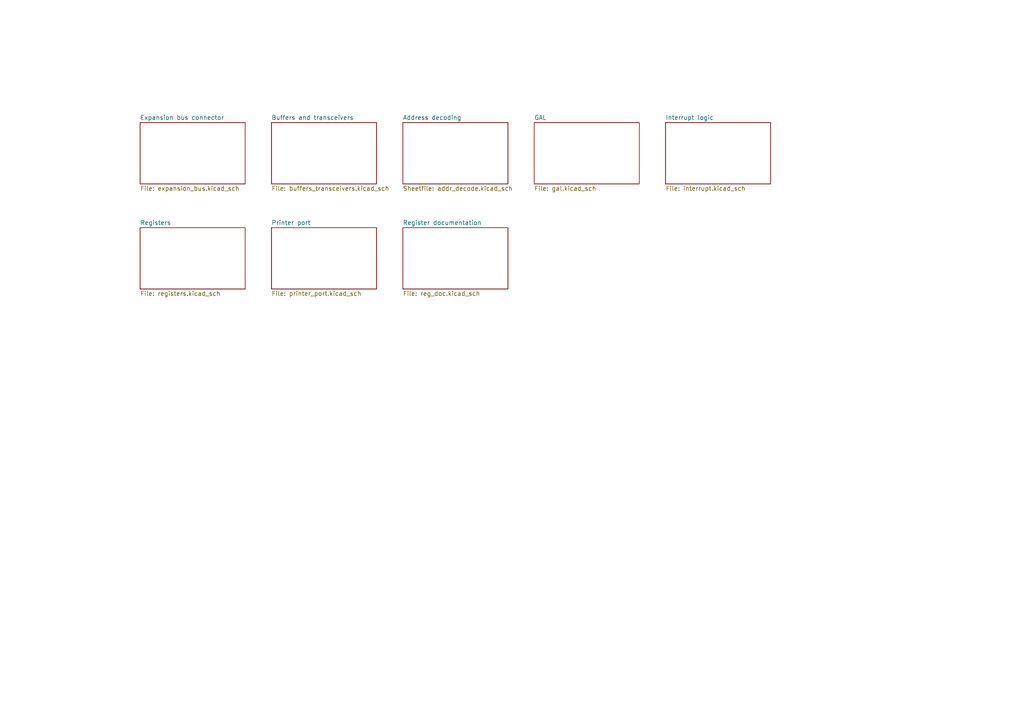
<source format=kicad_sch>
(kicad_sch
	(version 20231120)
	(generator "eeschema")
	(generator_version "8.0")
	(uuid "75b66dbb-7202-4875-8695-2c14dee692f0")
	(paper "A4")
	(title_block
		(title "PARALLEL PRINTER INTERFACE")
		(date "2024-03-24")
		(rev "1")
		(company "(C) TOM STOREY")
		(comment 1 "FREE FOR NON-COMMERCIAL USE")
	)
	(lib_symbols)
	(sheet
		(at 40.64 35.56)
		(size 30.48 17.78)
		(fields_autoplaced yes)
		(stroke
			(width 0.1524)
			(type solid)
		)
		(fill
			(color 0 0 0 0.0000)
		)
		(uuid "3172fa24-ac81-4f5e-8039-d5a2a969bd95")
		(property "Sheetname" "Expansion bus connector"
			(at 40.64 34.8484 0)
			(effects
				(font
					(size 1.27 1.27)
				)
				(justify left bottom)
			)
		)
		(property "Sheetfile" "expansion_bus.kicad_sch"
			(at 40.64 53.9246 0)
			(effects
				(font
					(size 1.27 1.27)
				)
				(justify left top)
			)
		)
		(instances
			(project "Printer_Interface"
				(path "/75b66dbb-7202-4875-8695-2c14dee692f0"
					(page "2")
				)
			)
		)
	)
	(sheet
		(at 193.04 35.56)
		(size 30.48 17.78)
		(fields_autoplaced yes)
		(stroke
			(width 0.1524)
			(type solid)
		)
		(fill
			(color 0 0 0 0.0000)
		)
		(uuid "5e3df452-5717-4bd3-bb16-2ac0410dccdc")
		(property "Sheetname" "Interrupt logic"
			(at 193.04 34.8484 0)
			(effects
				(font
					(size 1.27 1.27)
				)
				(justify left bottom)
			)
		)
		(property "Sheetfile" "interrupt.kicad_sch"
			(at 193.04 53.9246 0)
			(effects
				(font
					(size 1.27 1.27)
				)
				(justify left top)
			)
		)
		(instances
			(project "Printer_Interface"
				(path "/75b66dbb-7202-4875-8695-2c14dee692f0"
					(page "6")
				)
			)
		)
	)
	(sheet
		(at 154.94 35.56)
		(size 30.48 17.78)
		(fields_autoplaced yes)
		(stroke
			(width 0.1524)
			(type solid)
		)
		(fill
			(color 0 0 0 0.0000)
		)
		(uuid "6311bdc0-1305-46dc-b099-cd17c676089b")
		(property "Sheetname" "GAL"
			(at 154.94 34.8484 0)
			(effects
				(font
					(size 1.27 1.27)
				)
				(justify left bottom)
			)
		)
		(property "Sheetfile" "gal.kicad_sch"
			(at 154.94 53.9246 0)
			(effects
				(font
					(size 1.27 1.27)
				)
				(justify left top)
			)
		)
		(instances
			(project "Printer_Interface"
				(path "/75b66dbb-7202-4875-8695-2c14dee692f0"
					(page "5")
				)
			)
		)
	)
	(sheet
		(at 116.84 66.04)
		(size 30.48 17.78)
		(fields_autoplaced yes)
		(stroke
			(width 0.1524)
			(type solid)
		)
		(fill
			(color 0 0 0 0.0000)
		)
		(uuid "9f1aa0b3-06ff-4f83-be8e-295493b9f0b6")
		(property "Sheetname" "Register documentation"
			(at 116.84 65.3284 0)
			(effects
				(font
					(size 1.27 1.27)
				)
				(justify left bottom)
			)
		)
		(property "Sheetfile" "reg_doc.kicad_sch"
			(at 116.84 84.4046 0)
			(effects
				(font
					(size 1.27 1.27)
				)
				(justify left top)
			)
		)
		(instances
			(project "Printer_Interface"
				(path "/75b66dbb-7202-4875-8695-2c14dee692f0"
					(page "9")
				)
			)
		)
	)
	(sheet
		(at 40.64 66.04)
		(size 30.48 17.78)
		(fields_autoplaced yes)
		(stroke
			(width 0.1524)
			(type solid)
		)
		(fill
			(color 0 0 0 0.0000)
		)
		(uuid "a331cdb5-c1a9-4d89-ab19-f84fbc20db5e")
		(property "Sheetname" "Registers"
			(at 40.64 65.3284 0)
			(effects
				(font
					(size 1.27 1.27)
				)
				(justify left bottom)
			)
		)
		(property "Sheetfile" "registers.kicad_sch"
			(at 40.64 84.4046 0)
			(effects
				(font
					(size 1.27 1.27)
				)
				(justify left top)
			)
		)
		(instances
			(project "Printer_Interface"
				(path "/75b66dbb-7202-4875-8695-2c14dee692f0"
					(page "7")
				)
			)
		)
	)
	(sheet
		(at 116.84 35.56)
		(size 30.48 17.78)
		(fields_autoplaced yes)
		(stroke
			(width 0.1524)
			(type solid)
		)
		(fill
			(color 0 0 0 0.0000)
		)
		(uuid "bdaf78ce-5d85-4dab-bf63-95f2230db1ef")
		(property "Sheetname" "Address decoding"
			(at 116.84 34.8484 0)
			(effects
				(font
					(size 1.27 1.27)
				)
				(justify left bottom)
			)
		)
		(property "Sheetfile" "addr_decode.kicad_sch"
			(at 116.84 53.9246 0)
			(show_name yes)
			(effects
				(font
					(size 1.27 1.27)
				)
				(justify left top)
			)
		)
		(instances
			(project "Printer_Interface"
				(path "/75b66dbb-7202-4875-8695-2c14dee692f0"
					(page "4")
				)
			)
		)
	)
	(sheet
		(at 78.74 66.04)
		(size 30.48 17.78)
		(fields_autoplaced yes)
		(stroke
			(width 0.1524)
			(type solid)
		)
		(fill
			(color 0 0 0 0.0000)
		)
		(uuid "e15b2ef1-1da3-413f-9d76-ae86a74f8425")
		(property "Sheetname" "Printer port"
			(at 78.74 65.3284 0)
			(effects
				(font
					(size 1.27 1.27)
				)
				(justify left bottom)
			)
		)
		(property "Sheetfile" "printer_port.kicad_sch"
			(at 78.74 84.4046 0)
			(effects
				(font
					(size 1.27 1.27)
				)
				(justify left top)
			)
		)
		(instances
			(project "Printer_Interface"
				(path "/75b66dbb-7202-4875-8695-2c14dee692f0"
					(page "8")
				)
			)
		)
	)
	(sheet
		(at 78.74 35.56)
		(size 30.48 17.78)
		(fields_autoplaced yes)
		(stroke
			(width 0.1524)
			(type solid)
		)
		(fill
			(color 0 0 0 0.0000)
		)
		(uuid "f4191360-82a0-499d-bb29-833bf852803f")
		(property "Sheetname" "Buffers and transceivers"
			(at 78.74 34.8484 0)
			(effects
				(font
					(size 1.27 1.27)
				)
				(justify left bottom)
			)
		)
		(property "Sheetfile" "buffers_transceivers.kicad_sch"
			(at 78.74 53.9246 0)
			(effects
				(font
					(size 1.27 1.27)
				)
				(justify left top)
			)
		)
		(instances
			(project "Printer_Interface"
				(path "/75b66dbb-7202-4875-8695-2c14dee692f0"
					(page "3")
				)
			)
		)
	)
	(sheet_instances
		(path "/"
			(page "1")
		)
	)
)
</source>
